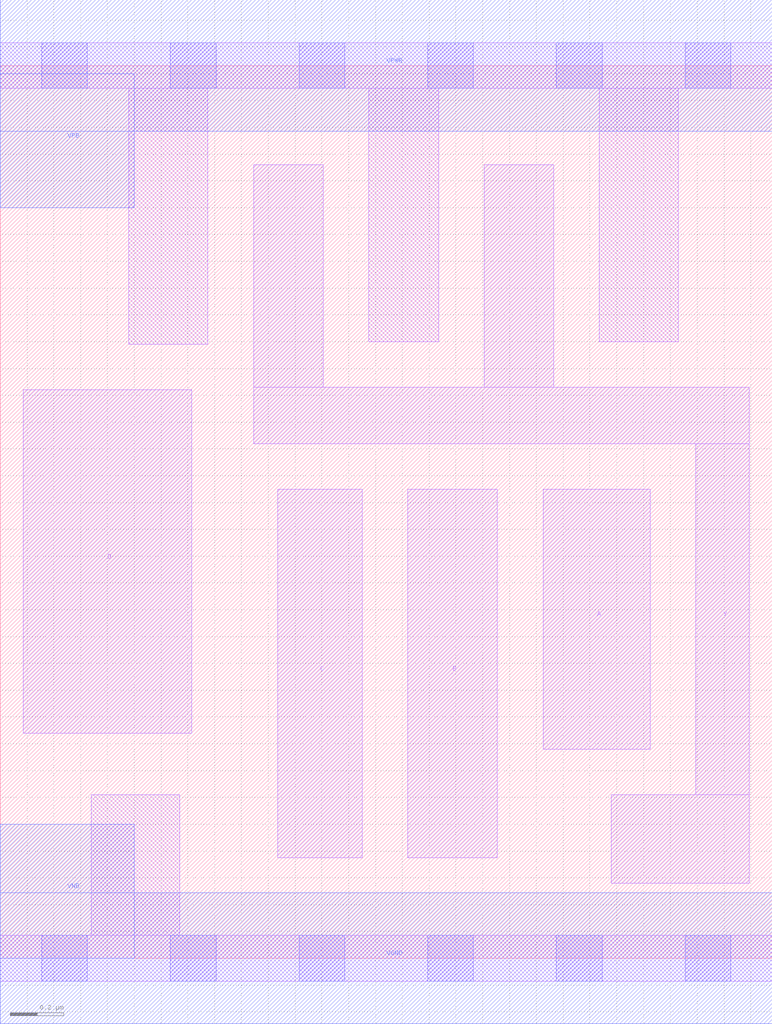
<source format=lef>
# Copyright 2020 The SkyWater PDK Authors
#
# Licensed under the Apache License, Version 2.0 (the "License");
# you may not use this file except in compliance with the License.
# You may obtain a copy of the License at
#
#     https://www.apache.org/licenses/LICENSE-2.0
#
# Unless required by applicable law or agreed to in writing, software
# distributed under the License is distributed on an "AS IS" BASIS,
# WITHOUT WARRANTIES OR CONDITIONS OF ANY KIND, either express or implied.
# See the License for the specific language governing permissions and
# limitations under the License.
#
# SPDX-License-Identifier: Apache-2.0

VERSION 5.5 ;
NAMESCASESENSITIVE ON ;
BUSBITCHARS "[]" ;
DIVIDERCHAR "/" ;
MACRO sky130_fd_sc_lp__nand4_0
  CLASS CORE ;
  SOURCE USER ;
  ORIGIN  0.000000  0.000000 ;
  SIZE  2.880000 BY  3.330000 ;
  SYMMETRY X Y R90 ;
  SITE unit ;
  PIN A
    ANTENNAGATEAREA  0.159000 ;
    DIRECTION INPUT ;
    USE SIGNAL ;
    PORT
      LAYER li1 ;
        RECT 2.025000 0.780000 2.425000 1.750000 ;
    END
  END A
  PIN B
    ANTENNAGATEAREA  0.159000 ;
    DIRECTION INPUT ;
    USE SIGNAL ;
    PORT
      LAYER li1 ;
        RECT 1.520000 0.375000 1.855000 1.750000 ;
    END
  END B
  PIN C
    ANTENNAGATEAREA  0.159000 ;
    DIRECTION INPUT ;
    USE SIGNAL ;
    PORT
      LAYER li1 ;
        RECT 1.035000 0.375000 1.350000 1.750000 ;
    END
  END C
  PIN D
    ANTENNAGATEAREA  0.159000 ;
    DIRECTION INPUT ;
    USE SIGNAL ;
    PORT
      LAYER li1 ;
        RECT 0.085000 0.840000 0.715000 2.120000 ;
    END
  END D
  PIN Y
    ANTENNADIFFAREA  0.478100 ;
    DIRECTION OUTPUT ;
    USE SIGNAL ;
    PORT
      LAYER li1 ;
        RECT 0.945000 1.920000 2.795000 2.130000 ;
        RECT 0.945000 2.130000 1.205000 2.960000 ;
        RECT 1.805000 2.130000 2.065000 2.960000 ;
        RECT 2.280000 0.280000 2.795000 0.610000 ;
        RECT 2.595000 0.610000 2.795000 1.920000 ;
    END
  END Y
  PIN VGND
    DIRECTION INOUT ;
    USE GROUND ;
    PORT
      LAYER met1 ;
        RECT 0.000000 -0.245000 2.880000 0.245000 ;
    END
  END VGND
  PIN VNB
    DIRECTION INOUT ;
    USE GROUND ;
    PORT
      LAYER met1 ;
        RECT 0.000000 0.000000 0.500000 0.500000 ;
    END
  END VNB
  PIN VPB
    DIRECTION INOUT ;
    USE POWER ;
    PORT
      LAYER met1 ;
        RECT 0.000000 2.800000 0.500000 3.300000 ;
    END
  END VPB
  PIN VPWR
    DIRECTION INOUT ;
    USE POWER ;
    PORT
      LAYER met1 ;
        RECT 0.000000 3.085000 2.880000 3.575000 ;
    END
  END VPWR
  OBS
    LAYER li1 ;
      RECT 0.000000 -0.085000 2.880000 0.085000 ;
      RECT 0.000000  3.245000 2.880000 3.415000 ;
      RECT 0.340000  0.085000 0.670000 0.610000 ;
      RECT 0.480000  2.290000 0.775000 3.245000 ;
      RECT 1.375000  2.300000 1.635000 3.245000 ;
      RECT 2.235000  2.300000 2.530000 3.245000 ;
    LAYER mcon ;
      RECT 0.155000 -0.085000 0.325000 0.085000 ;
      RECT 0.155000  3.245000 0.325000 3.415000 ;
      RECT 0.635000 -0.085000 0.805000 0.085000 ;
      RECT 0.635000  3.245000 0.805000 3.415000 ;
      RECT 1.115000 -0.085000 1.285000 0.085000 ;
      RECT 1.115000  3.245000 1.285000 3.415000 ;
      RECT 1.595000 -0.085000 1.765000 0.085000 ;
      RECT 1.595000  3.245000 1.765000 3.415000 ;
      RECT 2.075000 -0.085000 2.245000 0.085000 ;
      RECT 2.075000  3.245000 2.245000 3.415000 ;
      RECT 2.555000 -0.085000 2.725000 0.085000 ;
      RECT 2.555000  3.245000 2.725000 3.415000 ;
  END
END sky130_fd_sc_lp__nand4_0
END LIBRARY

</source>
